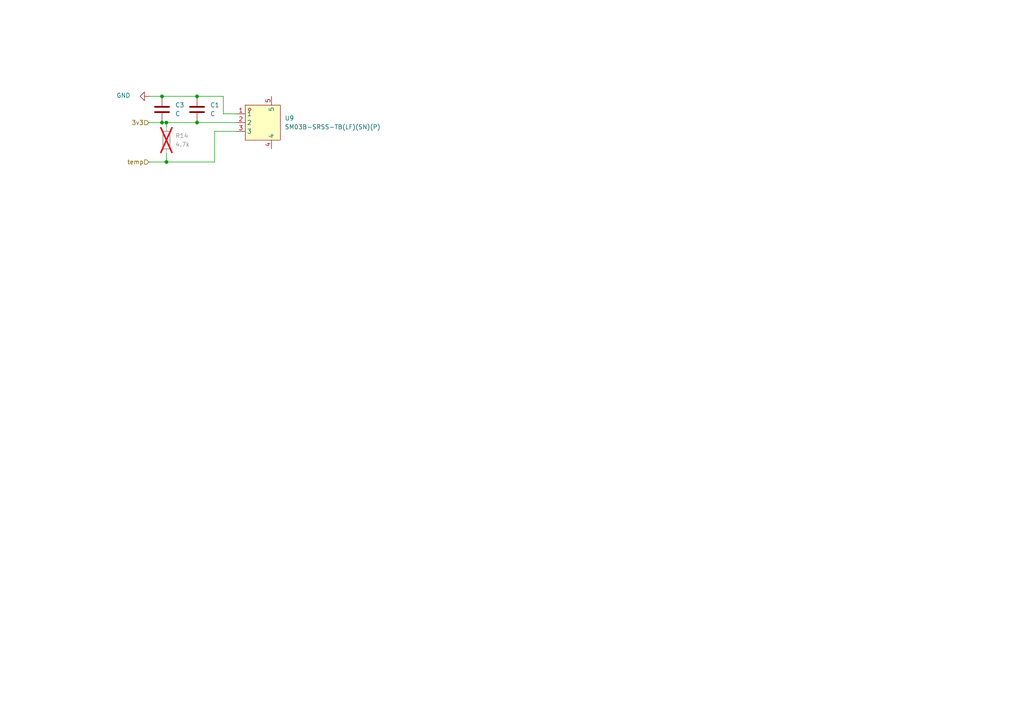
<source format=kicad_sch>
(kicad_sch (version 20250114) (generator "eeschema") (generator_version "9.0")
  (paper "A4")
  (lib_symbols
    (symbol "Device:C" (pin_numbers (hide yes)) (pin_names (offset 0.254))
      (property "Reference" "C" (at 0.635 2.54 0))
      (property "Value" "C" (at 0.635 -2.54 0))
      (symbol "C_0_1"
        (polyline (pts (xy -2.032 0.762) (xy 2.032 0.762)) (stroke (width 0.508)))
        (polyline (pts (xy -2.032 -0.762) (xy 2.032 -0.762)) (stroke (width 0.508)))
      )
      (symbol "C_1_1"
        (pin passive line (at 0 3.81 270) (length 2.794) (name "~") (number "1"))
        (pin passive line (at 0 -3.81 90) (length 2.794) (name "~") (number "2"))
      )
    )
    (symbol "Device:R" (pin_numbers (hide yes)) (pin_names (offset 0))
      (property "Reference" "R" (at 2.032 0 90))
      (property "Value" "R" (at 0 0 90))
      (symbol "R_0_1"
        (rectangle (start -1.016 -2.54) (end 1.016 2.54) (stroke (width 0.254)))
      )
      (symbol "R_1_1"
        (pin passive line (at 0 3.81 270) (length 1.27) (name "~") (number "1"))
        (pin passive line (at 0 -3.81 90) (length 1.27) (name "~") (number "2"))
      )
    )
    (symbol "easyeda2kicad:SM03B-SRSS-TB(LF)(SN)(P)"
      (property "Reference" "U" (at 0 12.7 0))
      (property "Value" "SM03B-SRSS-TB(LF)(SN)(P)" (at 0 -12.7 0))
      (symbol "SM03B-SRSS-TB(LF)(SN)(P)_0_1"
        (rectangle (start -2.54 5.08) (end 7.62 -5.08) (fill (type background)))
        (circle (center -1.27 3.81) (radius 0.38))
        (pin unspecified line (at -5.08 2.54 0) (length 2.54) (name "1") (number "1"))
        (pin unspecified line (at -5.08 0 0) (length 2.54) (name "2") (number "2"))
        (pin unspecified line (at -5.08 -2.54 0) (length 2.54) (name "3") (number "3"))
        (pin unspecified line (at 5.08 7.62 270) (length 2.54) (name "5") (number "5"))
        (pin unspecified line (at 5.08 -7.62 90) (length 2.54) (name "4") (number "4"))
      )
    )
    (symbol "power:GND" (power) (pin_numbers (hide yes)) (pin_names (offset 0) (hide yes))
      (property "Value" "GND" (at 0 -3.81 0))
      (symbol "GND_0_1"
        (polyline (pts (xy 0 0) (xy 0 -1.27) (xy 1.27 -1.27) (xy 0 -2.54) (xy -1.27 -1.27) (xy 0 -1.27)))
      )
      (symbol "GND_1_1"
        (pin power_in line (at 0 0 270) (length 0) (name "~") (number "1"))
      )
    )
  )
  (junction (at 48.26 46.99))
  (junction (at 48.26 35.56))
  (junction (at 46.99 27.94))
  (junction (at 57.15 27.94))
  (junction (at 57.15 35.56))
  (junction (at 46.99 35.56))
  (wire (pts (xy 48.26 35.56) (xy 57.15 35.56)))
  (wire (pts (xy 64.77 27.94) (xy 64.77 33.02)))
  (wire (pts (xy 64.77 33.02) (xy 68.58 33.02)))
  (wire (pts (xy 57.15 35.56) (xy 68.58 35.56)))
  (wire (pts (xy 62.23 46.99) (xy 62.23 38.1)))
  (wire (pts (xy 48.26 46.99) (xy 62.23 46.99)))
  (wire (pts (xy 46.99 27.94) (xy 57.15 27.94)))
  (wire (pts (xy 57.15 27.94) (xy 64.77 27.94)))
  (wire (pts (xy 43.18 27.94) (xy 46.99 27.94)))
  (wire (pts (xy 43.18 46.99) (xy 48.26 46.99)))
  (wire (pts (xy 48.26 35.56) (xy 48.26 36.83)))
  (wire (pts (xy 48.26 44.45) (xy 48.26 46.99)))
  (wire (pts (xy 46.99 35.56) (xy 48.26 35.56)))
  (wire (pts (xy 43.18 35.56) (xy 46.99 35.56)))
  (wire (pts (xy 62.23 38.1) (xy 68.58 38.1)))
  (hierarchical_label "temp" (shape input) (at 43.18 46.99 180))
  (hierarchical_label "3v3" (shape input) (at 43.18 35.56 180))
  (symbol (lib_id "Device:R") (at 48.26 40.64 0) (unit 1) (in_bom no) (dnp yes)
    (property "Reference" "R14" (at 50.8 39.3699 0) (effects (justify left)))
    (property "Value" "4.7k" (at 50.8 41.9099 0) (effects (justify left)))
    (property "Footprint" "Resistor_SMD:R_0603_1608Metric" (effects (hide yes)))
    (property "Description" "Resistor" (effects (hide yes)))
    (instances (project "temperature" (path "" (reference "R14") (unit 1)) (path "" (reference "R1") (unit 1))))
  )
  (symbol (lib_id "Device:C") (at 57.15 31.75 0) (unit 1)
    (property "Reference" "C1" (at 60.96 30.4799 0) (effects (justify left)))
    (property "Value" "C" (at 60.96 33.0199 0) (effects (justify left)))
    (property "Description" "Unpolarized capacitor" (effects (hide yes)))
    (instances (project "" (path "" (reference "C1") (unit 1)) (path "" (reference "C2") (unit 1))))
  )
  (symbol (lib_id "easyeda2kicad:SM03B-SRSS-TB(LF)(SN)(P)") (at 73.66 35.56 0) (unit 1)
    (property "Reference" "U9" (at 82.55 34.2899 0) (effects (justify left)))
    (property "Value" "SM03B-SRSS-TB(LF)(SN)(P)" (at 82.55 36.8299 0) (effects (justify left)))
    (property "Footprint" "easyeda2kicad:CONN-SMD_SM03B-SRSS-TB-LF-SN-P" (effects (hide yes)))
    (property "Datasheet" "https://lcsc.com/product-detail/Others_JST-Sales-America__JST-Sales-America-SM03B-SRSS-TB-LF-SN-P_C160403.html" (effects (hide yes)))
    (property "LCSC Part" "C160403" (effects (hide yes)))
    (instances (project "temperature" (path "" (reference "U9") (unit 1)) (path "" (reference "U1") (unit 1))))
  )
  (symbol (lib_id "Device:C") (at 46.99 31.75 0) (unit 1)
    (property "Reference" "C3" (at 50.8 30.4799 0) (effects (justify left)))
    (property "Value" "C" (at 50.8 33.0199 0) (effects (justify left)))
    (property "Description" "Unpolarized capacitor" (effects (hide yes)))
    (instances (project "" (path "" (reference "C3") (unit 1)) (path "" (reference "C4") (unit 1))))
  )
  (symbol (lib_id "power:GND") (at 43.18 27.94 270) (unit 1)
    (property "Reference" "#PWR017" (effects (hide yes)))
    (property "Value" "GND" (at 37.846 27.686 90) (effects (justify right)))
    (property "Description" "Power symbol creates a global label with name \"GND\" , ground" (effects (hide yes)))
    (instances (project "temperature" (path "" (reference "#PWR017") (unit 1)) (path "" (reference "#PWR05") (unit 1))))
  )
)
</source>
